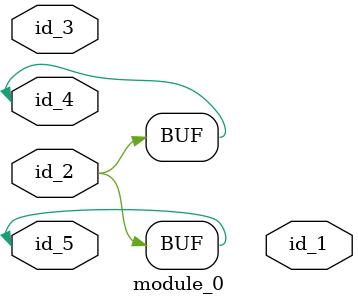
<source format=v>
module module_0 (
    id_1,
    id_2,
    id_3,
    id_4,
    id_5
);
  inout id_5;
  inout id_4;
  input id_3;
  inout id_2;
  output id_1;
  assign id_2[1'b0] = id_5;
  assign id_2 = id_4[""];
endmodule

</source>
